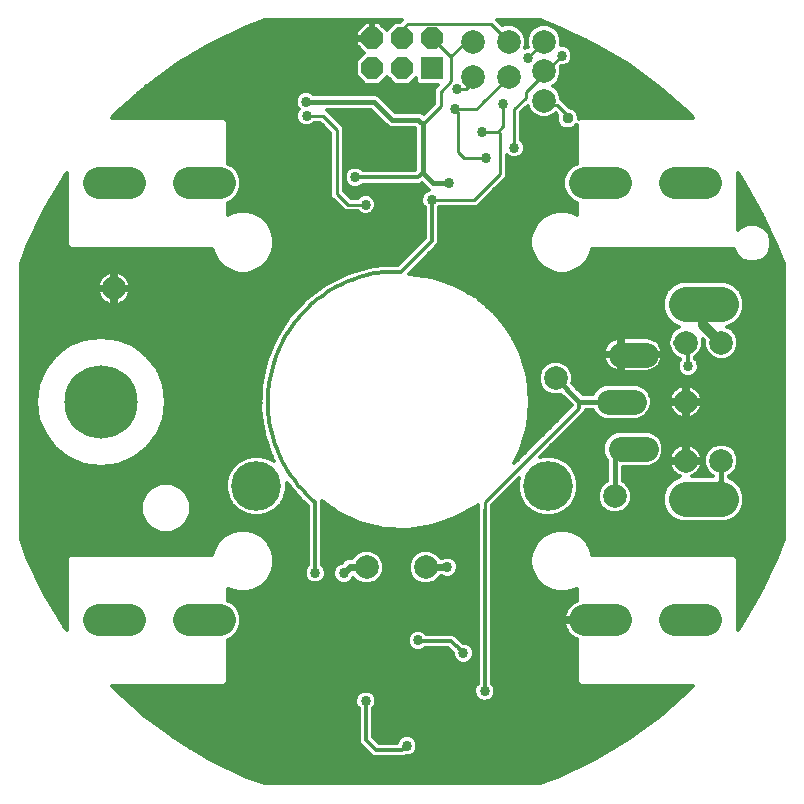
<source format=gbl>
G75*
%MOIN*%
%OFA0B0*%
%FSLAX24Y24*%
%IPPOS*%
%LPD*%
%AMOC8*
5,1,8,0,0,1.08239X$1,22.5*
%
%ADD10C,0.2441*%
%ADD11C,0.0827*%
%ADD12C,0.1181*%
%ADD13R,0.0740X0.0740*%
%ADD14OC8,0.0740*%
%ADD15C,0.1050*%
%ADD16C,0.0787*%
%ADD17C,0.1660*%
%ADD18C,0.0337*%
%ADD19C,0.0240*%
%ADD20C,0.0297*%
%ADD21C,0.0120*%
%ADD22C,0.0376*%
%ADD23C,0.0100*%
%ADD24C,0.0320*%
%ADD25C,0.0160*%
%ADD26C,0.0240*%
D10*
X003920Y013960D03*
D11*
X020849Y013960D02*
X021676Y013960D01*
X022070Y015534D02*
X021243Y015534D01*
X021243Y012385D02*
X022070Y012385D01*
D12*
X023408Y010711D02*
X024589Y010711D01*
X024589Y017208D02*
X023408Y017208D01*
D13*
X014960Y025074D03*
D14*
X013960Y025074D03*
X012960Y025074D03*
X012960Y026074D03*
X013960Y026074D03*
X014960Y026074D03*
D15*
X020035Y021243D02*
X021085Y021243D01*
X023035Y021243D02*
X024085Y021243D01*
X007885Y021243D02*
X006835Y021243D01*
X004885Y021243D02*
X003835Y021243D01*
X003835Y006676D02*
X004885Y006676D01*
X006835Y006676D02*
X007885Y006676D01*
X020035Y006676D02*
X021085Y006676D01*
X023035Y006676D02*
X024085Y006676D01*
D16*
X021046Y010810D03*
X023408Y011991D03*
X024589Y011991D03*
X023408Y013960D03*
X023408Y015928D03*
X024589Y015928D03*
X019078Y014747D03*
X014747Y008448D03*
X012778Y008448D03*
X004353Y017739D03*
X016322Y024786D03*
X017503Y024786D03*
X018684Y024983D03*
X018684Y023999D03*
X018684Y025967D03*
X017503Y025967D03*
X016322Y025967D03*
D17*
X018818Y011154D03*
X009101Y011154D03*
D18*
X009019Y012936D03*
X006430Y013192D03*
X005593Y011912D03*
X002293Y011556D03*
X002539Y009484D03*
X006578Y014816D03*
X007611Y015790D03*
X008822Y015889D03*
X009019Y015101D03*
X005042Y016774D03*
X005295Y018131D03*
X002365Y018226D03*
X002365Y016351D03*
X002490Y020351D03*
X005857Y024406D03*
X008088Y023717D03*
X008924Y023015D03*
X010771Y023487D03*
X010763Y023956D03*
X010723Y025113D03*
X010723Y026392D03*
X008194Y025780D03*
X012503Y023566D03*
X013787Y022916D03*
X013802Y022119D03*
X012532Y022119D03*
X012385Y021440D03*
X012739Y020534D03*
X011794Y020249D03*
X013428Y018950D03*
X014137Y019629D03*
X014944Y020692D03*
X015534Y021243D03*
X016765Y022080D03*
X017700Y022424D03*
X016617Y022965D03*
X015731Y023704D03*
X015780Y024393D03*
X017306Y023900D03*
X018143Y025426D03*
X019274Y025495D03*
X022380Y024028D03*
X019388Y022257D03*
X016322Y019334D03*
X015042Y018556D03*
X016952Y018290D03*
X019836Y016125D03*
X022208Y018113D03*
X023487Y015141D03*
X026398Y015528D03*
X026307Y017333D03*
X026398Y012329D03*
X026368Y010110D03*
X023546Y009393D03*
X021837Y009967D03*
X019748Y012492D03*
X018728Y013761D03*
X015711Y009589D03*
X015456Y008448D03*
X013782Y008920D03*
X012011Y008245D03*
X011056Y008251D03*
X011774Y009589D03*
X010111Y006897D03*
X010155Y004983D03*
X012747Y003983D03*
X014431Y004325D03*
X015574Y004397D03*
X016715Y004314D03*
X015999Y005582D03*
X014486Y006003D03*
X018034Y006906D03*
X022129Y003694D03*
X020639Y002746D03*
X017523Y001765D03*
X014107Y002493D03*
X012306Y001715D03*
X009402Y001814D03*
X007444Y003029D03*
X025436Y007424D03*
X012286Y018556D03*
D19*
X010913Y022444D03*
X010908Y022719D03*
X010633Y022719D03*
X010633Y022444D03*
D20*
X011105Y021479D03*
D21*
X012423Y003854D02*
X004969Y003854D01*
X004838Y003972D02*
X012399Y003972D01*
X012399Y003914D02*
X012452Y003786D01*
X012507Y003730D01*
X012507Y002624D01*
X012543Y002536D01*
X012870Y002209D01*
X012938Y002142D01*
X013026Y002105D01*
X014007Y002105D01*
X014095Y002142D01*
X014098Y002145D01*
X014176Y002145D01*
X014305Y002198D01*
X014403Y002296D01*
X014456Y002424D01*
X014456Y002562D01*
X014403Y002690D01*
X014305Y002788D01*
X014176Y002841D01*
X014038Y002841D01*
X013910Y002788D01*
X013812Y002690D01*
X013768Y002585D01*
X013173Y002585D01*
X012987Y002772D01*
X012987Y003730D01*
X013042Y003786D01*
X013095Y003914D01*
X013095Y004052D01*
X013042Y004181D01*
X012944Y004279D01*
X012816Y004332D01*
X012678Y004332D01*
X012550Y004279D01*
X012452Y004181D01*
X012399Y004052D01*
X012399Y003914D01*
X012414Y004091D02*
X004707Y004091D01*
X004576Y004209D02*
X012480Y004209D01*
X012668Y004328D02*
X004445Y004328D01*
X004383Y004383D02*
X004281Y004496D01*
X008034Y004496D01*
X008140Y004602D01*
X008140Y006019D01*
X008284Y006078D01*
X008482Y006277D01*
X008590Y006536D01*
X008590Y006816D01*
X016475Y006816D01*
X016475Y006698D02*
X008590Y006698D01*
X008590Y006816D02*
X008482Y007075D01*
X008284Y007274D01*
X008140Y007334D01*
X008140Y007734D01*
X008243Y007675D01*
X008508Y007604D01*
X008782Y007604D01*
X009046Y007675D01*
X009284Y007812D01*
X009477Y008006D01*
X009614Y008243D01*
X009685Y008508D01*
X009685Y008782D01*
X009614Y009046D01*
X009477Y009284D01*
X009284Y009477D01*
X009046Y009614D01*
X008782Y009685D01*
X008508Y009685D01*
X008243Y009614D01*
X008006Y009477D01*
X007812Y009284D01*
X007675Y009046D01*
X007624Y008856D01*
X002885Y008856D01*
X002780Y008751D01*
X002780Y006337D01*
X002702Y006443D01*
X002025Y007589D01*
X001467Y008798D01*
X001250Y009382D01*
X001250Y018537D01*
X001467Y019121D01*
X002025Y020330D01*
X002702Y021476D01*
X002780Y021582D01*
X002780Y019168D01*
X002885Y019063D01*
X007624Y019063D01*
X007675Y018873D01*
X007812Y018635D01*
X008006Y018442D01*
X008243Y018305D01*
X008508Y018234D01*
X008782Y018234D01*
X009046Y018305D01*
X009284Y018442D01*
X009477Y018635D01*
X009614Y018873D01*
X009685Y019137D01*
X009685Y019411D01*
X009614Y019676D01*
X009477Y019913D01*
X009284Y020107D01*
X009046Y020244D01*
X008782Y020315D01*
X008508Y020315D01*
X008243Y020244D01*
X008140Y020185D01*
X008140Y020586D01*
X008284Y020645D01*
X008482Y020844D01*
X008590Y021103D01*
X008590Y021383D01*
X008482Y021642D01*
X008284Y021841D01*
X008140Y021900D01*
X008140Y023318D01*
X008034Y023423D01*
X004281Y023423D01*
X004383Y023536D01*
X005371Y024428D01*
X006443Y025217D01*
X007589Y025894D01*
X008798Y026452D01*
X009382Y026669D01*
X013943Y026669D01*
X013926Y026653D01*
X013897Y026624D01*
X013732Y026624D01*
X013445Y026337D01*
X013179Y026604D01*
X013000Y026604D01*
X013000Y026114D01*
X012920Y026114D01*
X012920Y026604D01*
X012740Y026604D01*
X012430Y026293D01*
X012430Y026114D01*
X012920Y026114D01*
X012920Y026034D01*
X012430Y026034D01*
X012430Y025854D01*
X012696Y025588D01*
X012410Y025302D01*
X006587Y025302D01*
X006397Y025184D02*
X012410Y025184D01*
X012410Y025302D02*
X012410Y024846D01*
X012732Y024524D01*
X013187Y024524D01*
X013460Y024796D01*
X013732Y024524D01*
X014187Y024524D01*
X014410Y024746D01*
X014410Y024629D01*
X014515Y024524D01*
X015143Y024524D01*
X015081Y024462D01*
X015048Y024428D01*
X015016Y024397D01*
X015016Y024386D01*
X015009Y024379D01*
X015009Y024265D01*
X015009Y024189D01*
X015009Y023897D01*
X015002Y023890D01*
X014670Y023558D01*
X014648Y023580D01*
X014553Y023619D01*
X013723Y023619D01*
X013162Y024180D01*
X013066Y024220D01*
X013021Y024220D01*
X013015Y024222D01*
X012969Y024220D01*
X012924Y024220D01*
X012918Y024217D01*
X012886Y024216D01*
X010995Y024216D01*
X010960Y024251D01*
X010832Y024304D01*
X010693Y024304D01*
X010565Y024251D01*
X010467Y024153D01*
X010414Y024025D01*
X010414Y023886D01*
X010467Y023758D01*
X010508Y023717D01*
X010475Y023684D01*
X010422Y023556D01*
X010422Y023418D01*
X010475Y023290D01*
X010573Y023192D01*
X010701Y023139D01*
X010840Y023139D01*
X010968Y023192D01*
X011033Y023257D01*
X011226Y023257D01*
X011564Y022919D01*
X011564Y020793D01*
X012053Y020304D01*
X012476Y020304D01*
X012542Y020239D01*
X012670Y020186D01*
X012808Y020186D01*
X012936Y020239D01*
X013034Y020337D01*
X013087Y020465D01*
X013087Y020604D01*
X013034Y020732D01*
X012936Y020830D01*
X012808Y020883D01*
X012670Y020883D01*
X012542Y020830D01*
X012476Y020764D01*
X012244Y020764D01*
X012024Y020984D01*
X012024Y023110D01*
X011889Y023245D01*
X011438Y023696D01*
X012847Y023696D01*
X012853Y023693D01*
X012899Y023696D01*
X012911Y023696D01*
X013395Y023212D01*
X013468Y023139D01*
X013563Y023099D01*
X014389Y023099D01*
X014389Y021680D01*
X012637Y021680D01*
X012582Y021735D01*
X012454Y021788D01*
X012315Y021788D01*
X012187Y021735D01*
X012089Y021637D01*
X012036Y021509D01*
X012036Y021371D01*
X012089Y021242D01*
X012187Y021144D01*
X012315Y021091D01*
X012454Y021091D01*
X012582Y021144D01*
X012637Y021200D01*
X014549Y021200D01*
X014633Y021235D01*
X014765Y021103D01*
X014765Y021103D01*
X014805Y021064D01*
X014842Y021027D01*
X014746Y020987D01*
X014648Y020889D01*
X014595Y020761D01*
X014595Y020623D01*
X014648Y020494D01*
X014704Y020439D01*
X014704Y019423D01*
X013811Y018530D01*
X013454Y018530D01*
X013443Y018534D01*
X013407Y018530D01*
X013370Y018530D01*
X013360Y018526D01*
X012981Y018490D01*
X012981Y018490D01*
X012178Y018263D01*
X011430Y017896D01*
X010760Y017399D01*
X010191Y016790D01*
X009741Y016088D01*
X009425Y015317D01*
X009253Y014501D01*
X009231Y013668D01*
X009359Y012844D01*
X009634Y012057D01*
X009671Y011991D01*
X009491Y012096D01*
X009234Y012164D01*
X008968Y012164D01*
X008711Y012096D01*
X008481Y011963D01*
X008293Y011775D01*
X008160Y011544D01*
X008091Y011287D01*
X008091Y011021D01*
X008160Y010765D01*
X008293Y010534D01*
X008481Y010346D01*
X008711Y010213D01*
X008968Y010144D01*
X009234Y010144D01*
X009491Y010213D01*
X009721Y010346D01*
X009909Y010534D01*
X010042Y010765D01*
X010111Y011021D01*
X010111Y011255D01*
X010582Y010694D01*
X010582Y010694D01*
X010816Y010500D01*
X010816Y008504D01*
X010761Y008448D01*
X010708Y008320D01*
X010708Y008182D01*
X010761Y008053D01*
X010859Y007955D01*
X010987Y007902D01*
X011125Y007902D01*
X011253Y007955D01*
X011351Y008053D01*
X011404Y008182D01*
X011404Y008320D01*
X011351Y008448D01*
X011296Y008504D01*
X011296Y010577D01*
X011299Y010588D01*
X011296Y010624D01*
X011296Y010637D01*
X011824Y010261D01*
X011824Y010261D01*
X012563Y009924D01*
X013352Y009733D01*
X014163Y009694D01*
X014966Y009809D01*
X015734Y010075D01*
X016437Y010481D01*
X016485Y010523D01*
X016485Y010439D01*
X016475Y010415D01*
X016475Y004567D01*
X016420Y004511D01*
X016367Y004383D01*
X016367Y004245D01*
X016420Y004116D01*
X016518Y004018D01*
X016646Y003965D01*
X016785Y003965D01*
X016913Y004018D01*
X017011Y004116D01*
X017064Y004245D01*
X017064Y004383D01*
X017011Y004511D01*
X016955Y004567D01*
X016955Y010415D01*
X016945Y010439D01*
X016945Y010518D01*
X017842Y011415D01*
X017808Y011287D01*
X017808Y011021D01*
X017877Y010765D01*
X018010Y010534D01*
X018198Y010346D01*
X018428Y010213D01*
X018685Y010144D01*
X018951Y010144D01*
X019208Y010213D01*
X019438Y010346D01*
X019626Y010534D01*
X019759Y010765D01*
X019828Y011021D01*
X019828Y011287D01*
X019759Y011544D01*
X019626Y011775D01*
X019438Y011963D01*
X019208Y012096D01*
X018951Y012164D01*
X018685Y012164D01*
X018558Y012130D01*
X019977Y013549D01*
X020001Y013559D01*
X020069Y013627D01*
X020079Y013651D01*
X020095Y013667D01*
X020095Y013691D01*
X020099Y013700D01*
X020315Y013700D01*
X020346Y013623D01*
X020513Y013456D01*
X020731Y013366D01*
X021794Y013366D01*
X022012Y013456D01*
X022179Y013623D01*
X022269Y013841D01*
X022269Y014078D01*
X022179Y014296D01*
X022012Y014463D01*
X021794Y014553D01*
X020731Y014553D01*
X020513Y014463D01*
X020346Y014296D01*
X020315Y014220D01*
X019973Y014220D01*
X019624Y014568D01*
X019651Y014633D01*
X019651Y014861D01*
X019564Y015072D01*
X019403Y015233D01*
X019192Y015321D01*
X018964Y015321D01*
X018753Y015233D01*
X018591Y015072D01*
X018504Y014861D01*
X018504Y014633D01*
X018591Y014422D01*
X018753Y014261D01*
X018964Y014173D01*
X019192Y014173D01*
X019257Y014200D01*
X019617Y013840D01*
X017684Y011907D01*
X017924Y012372D01*
X017924Y012372D01*
X018153Y013151D01*
X018153Y013151D01*
X018230Y013960D01*
X018153Y014768D01*
X017924Y015547D01*
X017552Y016268D01*
X017552Y016268D01*
X017050Y016906D01*
X017050Y016906D01*
X016437Y017438D01*
X016437Y017438D01*
X015734Y017844D01*
X015734Y017844D01*
X014966Y018110D01*
X014182Y018222D01*
X015080Y019120D01*
X015147Y019188D01*
X015184Y019276D01*
X015184Y020439D01*
X015207Y020462D01*
X016456Y020462D01*
X017303Y021308D01*
X017438Y021443D01*
X017438Y022193D01*
X017502Y022129D01*
X017630Y022076D01*
X017769Y022076D01*
X017897Y022129D01*
X017995Y022227D01*
X018048Y022355D01*
X018048Y022493D01*
X017995Y022621D01*
X017930Y022687D01*
X017930Y023608D01*
X018138Y023817D01*
X018198Y023674D01*
X018359Y023513D01*
X018570Y023425D01*
X018798Y023425D01*
X019009Y023513D01*
X019075Y023578D01*
X019123Y023530D01*
X019103Y023482D01*
X019103Y023335D01*
X019159Y023200D01*
X019263Y023096D01*
X019398Y023040D01*
X019545Y023040D01*
X019680Y023096D01*
X019780Y023196D01*
X019780Y021900D01*
X019635Y021841D01*
X019437Y021642D01*
X019330Y021383D01*
X019330Y021103D01*
X019437Y020844D01*
X019635Y020645D01*
X019780Y020586D01*
X019780Y020185D01*
X019676Y020244D01*
X019411Y020315D01*
X019137Y020315D01*
X018873Y020244D01*
X018635Y020107D01*
X018442Y019913D01*
X018305Y019676D01*
X018234Y019411D01*
X018234Y019137D01*
X018305Y018873D01*
X018442Y018635D01*
X018635Y018442D01*
X018873Y018305D01*
X019137Y018234D01*
X019411Y018234D01*
X019676Y018305D01*
X019913Y018442D01*
X020107Y018635D01*
X020244Y018873D01*
X020295Y019063D01*
X025002Y019063D01*
X025078Y018881D01*
X025259Y018700D01*
X025495Y018602D01*
X025751Y018602D01*
X025987Y018700D01*
X026168Y018881D01*
X026266Y019117D01*
X026266Y019373D01*
X026168Y019609D01*
X025987Y019790D01*
X025751Y019888D01*
X025495Y019888D01*
X025259Y019790D01*
X025140Y019671D01*
X025140Y021582D01*
X025217Y021476D01*
X025894Y020330D01*
X026452Y019121D01*
X026669Y018537D01*
X026669Y009382D01*
X026452Y008798D01*
X025894Y007589D01*
X025217Y006443D01*
X025140Y006337D01*
X025140Y008751D01*
X025034Y008856D01*
X020295Y008856D01*
X020244Y009046D01*
X020107Y009284D01*
X019913Y009477D01*
X019676Y009614D01*
X019411Y009685D01*
X019137Y009685D01*
X018873Y009614D01*
X018635Y009477D01*
X018442Y009284D01*
X018305Y009046D01*
X018234Y008782D01*
X018234Y008508D01*
X018305Y008243D01*
X018442Y008006D01*
X018635Y007812D01*
X018873Y007675D01*
X019137Y007604D01*
X019411Y007604D01*
X019676Y007675D01*
X019780Y007734D01*
X019780Y007312D01*
X019731Y007292D01*
X019653Y007247D01*
X019582Y007192D01*
X019518Y007129D01*
X019464Y007057D01*
X019419Y006980D01*
X019384Y006897D01*
X019361Y006810D01*
X019352Y006736D01*
X019780Y006736D01*
X019780Y006616D01*
X019352Y006616D01*
X019361Y006542D01*
X019384Y006455D01*
X019419Y006372D01*
X019464Y006295D01*
X019518Y006223D01*
X019582Y006160D01*
X019653Y006105D01*
X019731Y006060D01*
X019780Y006040D01*
X019780Y004602D01*
X019885Y004496D01*
X023638Y004496D01*
X023536Y004383D01*
X022548Y003491D01*
X021476Y002702D01*
X020330Y002025D01*
X019121Y001467D01*
X018537Y001250D01*
X009382Y001250D01*
X008798Y001467D01*
X007589Y002025D01*
X006443Y002702D01*
X005371Y003491D01*
X004383Y004383D01*
X004326Y004446D02*
X016393Y004446D01*
X016367Y004328D02*
X012826Y004328D01*
X013014Y004209D02*
X016382Y004209D01*
X016446Y004091D02*
X013080Y004091D01*
X013095Y003972D02*
X016630Y003972D01*
X016801Y003972D02*
X023081Y003972D01*
X022950Y003854D02*
X013070Y003854D01*
X012992Y003735D02*
X022819Y003735D01*
X022688Y003617D02*
X012987Y003617D01*
X012987Y003498D02*
X022557Y003498D01*
X022397Y003380D02*
X012987Y003380D01*
X012987Y003261D02*
X022236Y003261D01*
X022075Y003143D02*
X012987Y003143D01*
X012987Y003024D02*
X021914Y003024D01*
X021753Y002906D02*
X012987Y002906D01*
X012987Y002787D02*
X013908Y002787D01*
X013803Y002669D02*
X013090Y002669D01*
X013074Y002345D02*
X013960Y002345D01*
X014107Y002493D01*
X014412Y002669D02*
X021419Y002669D01*
X021592Y002787D02*
X014306Y002787D01*
X014456Y002550D02*
X021219Y002550D01*
X021018Y002432D02*
X014456Y002432D01*
X014410Y002313D02*
X020817Y002313D01*
X020617Y002195D02*
X014297Y002195D01*
X013074Y002345D02*
X012747Y002672D01*
X012747Y003983D01*
X012502Y003735D02*
X005100Y003735D01*
X005231Y003617D02*
X012507Y003617D01*
X012507Y003498D02*
X005362Y003498D01*
X005522Y003380D02*
X012507Y003380D01*
X012507Y003261D02*
X005683Y003261D01*
X005844Y003143D02*
X012507Y003143D01*
X012507Y003024D02*
X006005Y003024D01*
X006166Y002906D02*
X012507Y002906D01*
X012507Y002787D02*
X006327Y002787D01*
X006500Y002669D02*
X012507Y002669D01*
X012538Y002550D02*
X006700Y002550D01*
X006901Y002432D02*
X012648Y002432D01*
X012767Y002313D02*
X007102Y002313D01*
X007302Y002195D02*
X012885Y002195D01*
X009072Y001365D02*
X018847Y001365D01*
X019156Y001484D02*
X008763Y001484D01*
X008506Y001602D02*
X019413Y001602D01*
X019670Y001721D02*
X008249Y001721D01*
X007993Y001839D02*
X019926Y001839D01*
X020183Y001958D02*
X007736Y001958D01*
X007503Y002076D02*
X020416Y002076D01*
X023212Y004091D02*
X016985Y004091D01*
X017049Y004209D02*
X023343Y004209D01*
X023474Y004328D02*
X017064Y004328D01*
X017038Y004446D02*
X023593Y004446D01*
X025140Y006342D02*
X025143Y006342D01*
X025140Y006461D02*
X025227Y006461D01*
X025297Y006579D02*
X025140Y006579D01*
X025140Y006698D02*
X025367Y006698D01*
X025437Y006816D02*
X025140Y006816D01*
X025140Y006935D02*
X025507Y006935D01*
X025577Y007053D02*
X025140Y007053D01*
X025140Y007172D02*
X025647Y007172D01*
X025717Y007290D02*
X025140Y007290D01*
X025140Y007409D02*
X025787Y007409D01*
X025857Y007527D02*
X025140Y007527D01*
X025140Y007646D02*
X025920Y007646D01*
X025975Y007764D02*
X025140Y007764D01*
X025140Y007883D02*
X026029Y007883D01*
X026084Y008001D02*
X025140Y008001D01*
X025140Y008120D02*
X026139Y008120D01*
X026193Y008238D02*
X025140Y008238D01*
X025140Y008357D02*
X026248Y008357D01*
X026303Y008475D02*
X025140Y008475D01*
X025140Y008594D02*
X026357Y008594D01*
X026412Y008712D02*
X025140Y008712D01*
X025060Y008831D02*
X026464Y008831D01*
X026508Y008949D02*
X020270Y008949D01*
X020232Y009068D02*
X026552Y009068D01*
X026596Y009186D02*
X020164Y009186D01*
X020086Y009305D02*
X026641Y009305D01*
X026669Y009423D02*
X019968Y009423D01*
X019802Y009542D02*
X026669Y009542D01*
X026669Y009660D02*
X019506Y009660D01*
X019043Y009660D02*
X016955Y009660D01*
X016955Y009542D02*
X018747Y009542D01*
X018581Y009423D02*
X016955Y009423D01*
X016955Y009305D02*
X018463Y009305D01*
X018385Y009186D02*
X016955Y009186D01*
X016955Y009068D02*
X018317Y009068D01*
X018279Y008949D02*
X016955Y008949D01*
X016955Y008831D02*
X018247Y008831D01*
X018234Y008712D02*
X016955Y008712D01*
X016955Y008594D02*
X018234Y008594D01*
X018242Y008475D02*
X016955Y008475D01*
X016955Y008357D02*
X018274Y008357D01*
X018308Y008238D02*
X016955Y008238D01*
X016955Y008120D02*
X018376Y008120D01*
X018446Y008001D02*
X016955Y008001D01*
X016955Y007883D02*
X018565Y007883D01*
X018718Y007764D02*
X016955Y007764D01*
X016955Y007646D02*
X018982Y007646D01*
X019567Y007646D02*
X019780Y007646D01*
X019780Y007527D02*
X016955Y007527D01*
X016955Y007409D02*
X019780Y007409D01*
X019728Y007290D02*
X016955Y007290D01*
X016955Y007172D02*
X019561Y007172D01*
X019461Y007053D02*
X016955Y007053D01*
X016955Y006935D02*
X019400Y006935D01*
X019363Y006816D02*
X016955Y006816D01*
X016955Y006698D02*
X019780Y006698D01*
X019356Y006579D02*
X016955Y006579D01*
X016955Y006461D02*
X019383Y006461D01*
X019436Y006342D02*
X016955Y006342D01*
X016955Y006224D02*
X019518Y006224D01*
X019654Y006105D02*
X016955Y006105D01*
X016955Y005987D02*
X019780Y005987D01*
X019780Y005868D02*
X016955Y005868D01*
X016955Y005750D02*
X019780Y005750D01*
X019780Y005631D02*
X016955Y005631D01*
X016955Y005513D02*
X019780Y005513D01*
X019780Y005394D02*
X016955Y005394D01*
X016955Y005276D02*
X019780Y005276D01*
X019780Y005157D02*
X016955Y005157D01*
X016955Y005039D02*
X019780Y005039D01*
X019780Y004920D02*
X016955Y004920D01*
X016955Y004802D02*
X019780Y004802D01*
X019780Y004683D02*
X016955Y004683D01*
X016958Y004565D02*
X019817Y004565D01*
X016715Y004314D02*
X016715Y010367D01*
X016475Y010371D02*
X016246Y010371D01*
X016437Y010481D02*
X016437Y010481D01*
X016447Y010490D02*
X016485Y010490D01*
X016475Y010253D02*
X016041Y010253D01*
X015836Y010134D02*
X016475Y010134D01*
X016475Y010016D02*
X015562Y010016D01*
X015219Y009897D02*
X016475Y009897D01*
X016475Y009779D02*
X014751Y009779D01*
X014163Y009694D02*
X014163Y009694D01*
X014458Y008949D02*
X013067Y008949D01*
X013103Y008934D02*
X012893Y009021D01*
X012664Y009021D01*
X012453Y008934D01*
X012292Y008773D01*
X012282Y008748D01*
X012154Y008748D01*
X012044Y008702D01*
X011930Y008588D01*
X011813Y008540D01*
X011715Y008442D01*
X011662Y008314D01*
X011662Y008175D01*
X011715Y008047D01*
X011813Y007949D01*
X011941Y007896D01*
X012080Y007896D01*
X012208Y007949D01*
X012306Y008047D01*
X012324Y008091D01*
X012453Y007961D01*
X012664Y007874D01*
X012893Y007874D01*
X013103Y007961D01*
X013265Y008123D01*
X013352Y008334D01*
X013352Y008562D01*
X013265Y008773D01*
X013103Y008934D01*
X013207Y008831D02*
X014318Y008831D01*
X014261Y008773D02*
X014173Y008562D01*
X014173Y008334D01*
X014261Y008123D01*
X014422Y007961D01*
X014633Y007874D01*
X014861Y007874D01*
X015072Y007961D01*
X015233Y008123D01*
X015244Y008148D01*
X015269Y008148D01*
X015386Y008099D01*
X015525Y008099D01*
X015653Y008152D01*
X015751Y008250D01*
X015804Y008378D01*
X015804Y008517D01*
X015751Y008645D01*
X015653Y008743D01*
X015525Y008796D01*
X015386Y008796D01*
X015269Y008748D01*
X015244Y008748D01*
X015233Y008773D01*
X015072Y008934D01*
X014861Y009021D01*
X014633Y009021D01*
X014422Y008934D01*
X014261Y008773D01*
X014235Y008712D02*
X013290Y008712D01*
X013339Y008594D02*
X014186Y008594D01*
X014173Y008475D02*
X013352Y008475D01*
X013352Y008357D02*
X014173Y008357D01*
X014213Y008238D02*
X013313Y008238D01*
X013262Y008120D02*
X014264Y008120D01*
X014382Y008001D02*
X013143Y008001D01*
X012913Y007883D02*
X014612Y007883D01*
X014882Y007883D02*
X016475Y007883D01*
X016475Y008001D02*
X015112Y008001D01*
X015230Y008120D02*
X015337Y008120D01*
X015574Y008120D02*
X016475Y008120D01*
X016475Y008238D02*
X015739Y008238D01*
X015795Y008357D02*
X016475Y008357D01*
X016475Y008475D02*
X015804Y008475D01*
X015772Y008594D02*
X016475Y008594D01*
X016475Y008712D02*
X015684Y008712D01*
X015175Y008831D02*
X016475Y008831D01*
X016475Y008949D02*
X015036Y008949D01*
X016475Y009068D02*
X011296Y009068D01*
X011296Y009186D02*
X016475Y009186D01*
X016475Y009305D02*
X011296Y009305D01*
X011296Y009423D02*
X016475Y009423D01*
X016475Y009542D02*
X011296Y009542D01*
X011296Y009660D02*
X016475Y009660D01*
X016955Y009779D02*
X026669Y009779D01*
X026669Y009897D02*
X016955Y009897D01*
X016955Y010016D02*
X023075Y010016D01*
X022972Y010058D02*
X022755Y010275D01*
X022638Y010558D01*
X022638Y010865D01*
X022755Y011148D01*
X022972Y011365D01*
X023223Y011469D01*
X023196Y011478D01*
X023118Y011517D01*
X023048Y011569D01*
X022986Y011630D01*
X022935Y011701D01*
X022895Y011778D01*
X022868Y011861D01*
X022857Y011931D01*
X023348Y011931D01*
X023348Y012051D01*
X022857Y012051D01*
X022868Y012121D01*
X022895Y012204D01*
X022935Y012281D01*
X022986Y012352D01*
X023048Y012413D01*
X023118Y012465D01*
X023196Y012504D01*
X023279Y012531D01*
X023348Y012542D01*
X023348Y012051D01*
X023468Y012051D01*
X023468Y012542D01*
X023538Y012531D01*
X023621Y012504D01*
X024329Y012504D01*
X024264Y012477D02*
X024103Y012316D01*
X024016Y012105D01*
X024016Y011877D01*
X024103Y011666D01*
X024264Y011505D01*
X024319Y011482D01*
X023629Y011482D01*
X023699Y011517D01*
X023769Y011569D01*
X023831Y011630D01*
X023882Y011701D01*
X023921Y011778D01*
X023948Y011861D01*
X023959Y011931D01*
X023468Y011931D01*
X023468Y012051D01*
X023959Y012051D01*
X023948Y012121D01*
X023921Y012204D01*
X023882Y012281D01*
X023831Y012352D01*
X023769Y012413D01*
X023699Y012465D01*
X023621Y012504D01*
X023468Y012504D02*
X023348Y012504D01*
X023348Y012386D02*
X023468Y012386D01*
X023468Y012267D02*
X023348Y012267D01*
X023348Y012149D02*
X023468Y012149D01*
X023468Y012030D02*
X024016Y012030D01*
X024016Y011912D02*
X023956Y011912D01*
X023926Y011793D02*
X024050Y011793D01*
X024100Y011675D02*
X023863Y011675D01*
X023752Y011556D02*
X024213Y011556D01*
X024034Y012149D02*
X023939Y012149D01*
X023889Y012267D02*
X024083Y012267D01*
X024173Y012386D02*
X023797Y012386D01*
X024264Y012477D02*
X024475Y012565D01*
X024704Y012565D01*
X024914Y012477D01*
X025076Y012316D01*
X025163Y012105D01*
X025163Y011877D01*
X025076Y011666D01*
X024914Y011505D01*
X024849Y011478D01*
X024849Y011438D01*
X025026Y011365D01*
X025243Y011148D01*
X025360Y010865D01*
X025360Y010558D01*
X025243Y010275D01*
X025026Y010058D01*
X024743Y009941D01*
X023255Y009941D01*
X022972Y010058D01*
X022896Y010134D02*
X016955Y010134D01*
X016955Y010253D02*
X018360Y010253D01*
X018173Y010371D02*
X016955Y010371D01*
X016945Y010490D02*
X018055Y010490D01*
X017967Y010608D02*
X017036Y010608D01*
X017154Y010727D02*
X017899Y010727D01*
X017856Y010845D02*
X017273Y010845D01*
X017391Y010964D02*
X017824Y010964D01*
X017808Y011082D02*
X017510Y011082D01*
X017628Y011201D02*
X017808Y011201D01*
X017817Y011319D02*
X017747Y011319D01*
X017689Y011912D02*
X017686Y011912D01*
X017748Y012030D02*
X017807Y012030D01*
X017809Y012149D02*
X017926Y012149D01*
X017870Y012267D02*
X018044Y012267D01*
X017928Y012386D02*
X018163Y012386D01*
X018281Y012504D02*
X017963Y012504D01*
X017998Y012623D02*
X018400Y012623D01*
X018518Y012741D02*
X018032Y012741D01*
X018067Y012860D02*
X018637Y012860D01*
X018755Y012978D02*
X018102Y012978D01*
X018137Y013097D02*
X018874Y013097D01*
X018992Y013215D02*
X018159Y013215D01*
X018170Y013334D02*
X019111Y013334D01*
X019229Y013452D02*
X018181Y013452D01*
X018193Y013571D02*
X019348Y013571D01*
X019466Y013689D02*
X018204Y013689D01*
X018215Y013808D02*
X019585Y013808D01*
X019531Y013926D02*
X018227Y013926D01*
X018230Y013960D02*
X018230Y013960D01*
X018222Y014045D02*
X019412Y014045D01*
X019294Y014163D02*
X018211Y014163D01*
X018199Y014282D02*
X018732Y014282D01*
X018613Y014400D02*
X018188Y014400D01*
X018177Y014519D02*
X018551Y014519D01*
X018504Y014637D02*
X018165Y014637D01*
X018154Y014756D02*
X018504Y014756D01*
X018509Y014874D02*
X018122Y014874D01*
X018153Y014768D02*
X018153Y014768D01*
X018087Y014993D02*
X018558Y014993D01*
X018630Y015111D02*
X018052Y015111D01*
X018017Y015230D02*
X018749Y015230D01*
X019406Y015230D02*
X020756Y015230D01*
X020753Y015234D02*
X020806Y015161D01*
X020869Y015097D01*
X020942Y015044D01*
X021023Y015003D01*
X021109Y014975D01*
X021183Y014963D01*
X021183Y015474D01*
X021303Y015474D01*
X021303Y014961D01*
X022115Y014961D01*
X022204Y014975D01*
X022290Y015003D01*
X022370Y015044D01*
X022443Y015097D01*
X022507Y015161D01*
X022560Y015234D01*
X022601Y015314D01*
X022629Y015400D01*
X022641Y015474D01*
X021303Y015474D01*
X021303Y015594D01*
X022641Y015594D01*
X022629Y015669D01*
X022601Y015754D01*
X022560Y015835D01*
X022507Y015908D01*
X022443Y015972D01*
X022370Y016025D01*
X022290Y016066D01*
X022204Y016094D01*
X022115Y016108D01*
X021303Y016108D01*
X021303Y015594D01*
X021183Y015594D01*
X021183Y015474D01*
X020672Y015474D01*
X020684Y015400D01*
X020712Y015314D01*
X020753Y015234D01*
X020701Y015348D02*
X017982Y015348D01*
X017948Y015467D02*
X020673Y015467D01*
X020672Y015594D02*
X021183Y015594D01*
X021183Y016105D01*
X021109Y016094D01*
X021023Y016066D01*
X020942Y016025D01*
X020869Y015972D01*
X020806Y015908D01*
X020753Y015835D01*
X020712Y015754D01*
X020684Y015669D01*
X020672Y015594D01*
X020695Y015704D02*
X017843Y015704D01*
X017782Y015822D02*
X020746Y015822D01*
X020838Y015941D02*
X017721Y015941D01*
X017660Y016059D02*
X021010Y016059D01*
X021183Y016059D02*
X021303Y016059D01*
X021303Y015941D02*
X021183Y015941D01*
X021183Y015822D02*
X021303Y015822D01*
X021303Y015704D02*
X021183Y015704D01*
X021183Y015585D02*
X017904Y015585D01*
X017924Y015547D02*
X017924Y015547D01*
X017599Y016178D02*
X022891Y016178D01*
X022922Y016253D02*
X022835Y016042D01*
X022835Y016026D01*
X022822Y015996D01*
X022822Y015860D01*
X022835Y015831D01*
X022835Y015814D01*
X022922Y015603D01*
X023083Y015442D01*
X023233Y015380D01*
X023192Y015338D01*
X023139Y015210D01*
X023139Y015071D01*
X023192Y014943D01*
X023290Y014845D01*
X023418Y014792D01*
X023556Y014792D01*
X023684Y014845D01*
X023782Y014943D01*
X023836Y015071D01*
X023836Y015210D01*
X023782Y015338D01*
X023727Y015393D01*
X023727Y015439D01*
X023733Y015442D01*
X023895Y015603D01*
X023982Y015814D01*
X023982Y016042D01*
X023973Y016063D01*
X024016Y016021D01*
X024016Y015814D01*
X024103Y015603D01*
X024264Y015442D01*
X024475Y015354D01*
X024704Y015354D01*
X024914Y015442D01*
X025076Y015603D01*
X025163Y015814D01*
X025163Y016042D01*
X025076Y016253D01*
X024914Y016414D01*
X024914Y016415D02*
X026669Y016415D01*
X026669Y016533D02*
X024975Y016533D01*
X025026Y016554D02*
X025243Y016771D01*
X025360Y017054D01*
X025360Y017361D01*
X025243Y017644D01*
X025026Y017861D01*
X024743Y017978D01*
X023255Y017978D01*
X022972Y017861D01*
X022755Y017644D01*
X022638Y017361D01*
X022638Y017054D01*
X022755Y016771D01*
X022972Y016554D01*
X023197Y016461D01*
X023083Y016414D01*
X022922Y016253D01*
X022965Y016296D02*
X017530Y016296D01*
X017437Y016415D02*
X023084Y016415D01*
X023023Y016533D02*
X017344Y016533D01*
X017251Y016652D02*
X022875Y016652D01*
X022756Y016770D02*
X017157Y016770D01*
X017064Y016889D02*
X022706Y016889D01*
X022657Y017007D02*
X016934Y017007D01*
X017050Y016906D02*
X017050Y016906D01*
X016797Y017126D02*
X022638Y017126D01*
X022638Y017244D02*
X016661Y017244D01*
X016524Y017363D02*
X022639Y017363D01*
X022688Y017481D02*
X016362Y017481D01*
X016157Y017600D02*
X022737Y017600D01*
X022829Y017718D02*
X015952Y017718D01*
X015747Y017837D02*
X022948Y017837D01*
X023199Y017955D02*
X015413Y017955D01*
X015070Y018074D02*
X026669Y018074D01*
X026669Y018192D02*
X014393Y018192D01*
X014270Y018311D02*
X018863Y018311D01*
X018657Y018429D02*
X014389Y018429D01*
X014507Y018548D02*
X018530Y018548D01*
X018424Y018666D02*
X014626Y018666D01*
X014744Y018785D02*
X018356Y018785D01*
X018297Y018903D02*
X014863Y018903D01*
X014981Y019022D02*
X018265Y019022D01*
X018234Y019140D02*
X015100Y019140D01*
X015177Y019259D02*
X018234Y019259D01*
X018234Y019377D02*
X015184Y019377D01*
X015184Y019496D02*
X018256Y019496D01*
X018288Y019614D02*
X015184Y019614D01*
X015184Y019733D02*
X018337Y019733D01*
X018406Y019851D02*
X015184Y019851D01*
X015184Y019970D02*
X018498Y019970D01*
X018616Y020088D02*
X015184Y020088D01*
X015184Y020207D02*
X018807Y020207D01*
X019481Y020799D02*
X016794Y020799D01*
X016912Y020918D02*
X019406Y020918D01*
X019357Y021036D02*
X017031Y021036D01*
X017149Y021155D02*
X019330Y021155D01*
X019330Y021273D02*
X017268Y021273D01*
X017386Y021392D02*
X019333Y021392D01*
X019382Y021510D02*
X017438Y021510D01*
X017438Y021629D02*
X019431Y021629D01*
X019542Y021747D02*
X017438Y021747D01*
X017438Y021866D02*
X019695Y021866D01*
X019780Y021984D02*
X017438Y021984D01*
X017438Y022103D02*
X017565Y022103D01*
X017834Y022103D02*
X019780Y022103D01*
X019780Y022221D02*
X017989Y022221D01*
X018042Y022340D02*
X019780Y022340D01*
X019780Y022458D02*
X018048Y022458D01*
X018014Y022577D02*
X019780Y022577D01*
X019780Y022695D02*
X017930Y022695D01*
X017930Y022814D02*
X019780Y022814D01*
X019780Y022932D02*
X017930Y022932D01*
X017930Y023051D02*
X019373Y023051D01*
X019569Y023051D02*
X019780Y023051D01*
X019780Y023169D02*
X019753Y023169D01*
X019839Y023377D02*
X019839Y023482D01*
X019783Y023617D01*
X019680Y023720D01*
X019545Y023776D01*
X019527Y023776D01*
X019357Y023947D01*
X019258Y024046D01*
X019258Y024113D01*
X019170Y024324D01*
X019009Y024485D01*
X018995Y024491D01*
X019009Y024497D01*
X019170Y024658D01*
X019258Y024869D01*
X019258Y025097D01*
X019241Y025137D01*
X019251Y025147D01*
X019344Y025147D01*
X019472Y025200D01*
X019570Y025298D01*
X019623Y025426D01*
X019623Y025564D01*
X019570Y025692D01*
X019472Y025790D01*
X019344Y025843D01*
X019254Y025843D01*
X019258Y025853D01*
X019258Y026082D01*
X019170Y026292D01*
X019009Y026454D01*
X018798Y026541D01*
X018570Y026541D01*
X018359Y026454D01*
X018198Y026292D01*
X018110Y026082D01*
X018110Y025853D01*
X018143Y025774D01*
X018073Y025774D01*
X018038Y025760D01*
X018077Y025853D01*
X018077Y026082D01*
X017989Y026292D01*
X017828Y026454D01*
X017617Y026541D01*
X017389Y026541D01*
X017294Y026502D01*
X017142Y026653D01*
X017126Y026669D01*
X018537Y026669D01*
X019121Y026452D01*
X020330Y025894D01*
X021476Y025217D01*
X022548Y024428D01*
X023536Y023536D01*
X023638Y023423D01*
X019885Y023423D01*
X019839Y023377D01*
X019839Y023406D02*
X019868Y023406D01*
X019822Y023525D02*
X023546Y023525D01*
X023417Y023643D02*
X019757Y023643D01*
X019581Y023762D02*
X023286Y023762D01*
X023155Y023880D02*
X019423Y023880D01*
X019305Y023999D02*
X023024Y023999D01*
X022893Y024117D02*
X019256Y024117D01*
X019207Y024236D02*
X022762Y024236D01*
X022631Y024354D02*
X019140Y024354D01*
X019022Y024473D02*
X022488Y024473D01*
X022327Y024591D02*
X019103Y024591D01*
X019192Y024710D02*
X022166Y024710D01*
X022005Y024828D02*
X019241Y024828D01*
X019258Y024947D02*
X021844Y024947D01*
X021683Y025065D02*
X019258Y025065D01*
X019433Y025184D02*
X021522Y025184D01*
X021332Y025302D02*
X019572Y025302D01*
X019621Y025421D02*
X021132Y025421D01*
X020931Y025539D02*
X019623Y025539D01*
X019584Y025658D02*
X020730Y025658D01*
X020529Y025776D02*
X019486Y025776D01*
X019258Y025895D02*
X020328Y025895D01*
X020072Y026013D02*
X019258Y026013D01*
X019237Y026132D02*
X019815Y026132D01*
X019558Y026250D02*
X019188Y026250D01*
X019094Y026369D02*
X019301Y026369D01*
X019026Y026487D02*
X018929Y026487D01*
X018708Y026606D02*
X017190Y026606D01*
X017747Y026487D02*
X018439Y026487D01*
X018274Y026369D02*
X017913Y026369D01*
X018007Y026250D02*
X018180Y026250D01*
X018131Y026132D02*
X018056Y026132D01*
X018077Y026013D02*
X018110Y026013D01*
X018110Y025895D02*
X018077Y025895D01*
X018045Y025776D02*
X018142Y025776D01*
X018083Y023762D02*
X018161Y023762D01*
X018228Y023643D02*
X017964Y023643D01*
X017930Y023525D02*
X018347Y023525D01*
X017930Y023406D02*
X019103Y023406D01*
X019121Y023525D02*
X019021Y023525D01*
X019123Y023288D02*
X017930Y023288D01*
X017930Y023169D02*
X019190Y023169D01*
X019600Y020681D02*
X016675Y020681D01*
X016557Y020562D02*
X019780Y020562D01*
X019780Y020444D02*
X015188Y020444D01*
X015184Y020325D02*
X019780Y020325D01*
X019780Y020207D02*
X019742Y020207D01*
X020284Y019022D02*
X025019Y019022D01*
X025068Y018903D02*
X020252Y018903D01*
X020193Y018785D02*
X025174Y018785D01*
X025340Y018666D02*
X020125Y018666D01*
X020019Y018548D02*
X026666Y018548D01*
X026669Y018429D02*
X019892Y018429D01*
X019686Y018311D02*
X026669Y018311D01*
X026669Y017955D02*
X024798Y017955D01*
X025050Y017837D02*
X026669Y017837D01*
X026669Y017718D02*
X025169Y017718D01*
X025261Y017600D02*
X026669Y017600D01*
X026669Y017481D02*
X025310Y017481D01*
X025359Y017363D02*
X026669Y017363D01*
X026669Y017244D02*
X025360Y017244D01*
X025360Y017126D02*
X026669Y017126D01*
X026669Y017007D02*
X025340Y017007D01*
X025291Y016889D02*
X026669Y016889D01*
X026669Y016770D02*
X025242Y016770D01*
X025123Y016652D02*
X026669Y016652D01*
X026669Y016296D02*
X025033Y016296D01*
X025107Y016178D02*
X026669Y016178D01*
X026669Y016059D02*
X025156Y016059D01*
X025163Y015941D02*
X026669Y015941D01*
X026669Y015822D02*
X025163Y015822D01*
X025117Y015704D02*
X026669Y015704D01*
X026669Y015585D02*
X025058Y015585D01*
X024939Y015467D02*
X026669Y015467D01*
X026669Y015348D02*
X023772Y015348D01*
X023758Y015467D02*
X024240Y015467D01*
X024121Y015585D02*
X023877Y015585D01*
X023936Y015704D02*
X024061Y015704D01*
X024016Y015822D02*
X023982Y015822D01*
X023982Y015941D02*
X024016Y015941D01*
X023978Y016059D02*
X023975Y016059D01*
X023487Y015603D02*
X023487Y015141D01*
X023171Y014993D02*
X022258Y014993D01*
X022457Y015111D02*
X023139Y015111D01*
X023147Y015230D02*
X022557Y015230D01*
X022612Y015348D02*
X023202Y015348D01*
X023059Y015467D02*
X022640Y015467D01*
X022618Y015704D02*
X022880Y015704D01*
X022835Y015822D02*
X022567Y015822D01*
X022474Y015941D02*
X022822Y015941D01*
X022842Y016059D02*
X022303Y016059D01*
X022940Y015585D02*
X021303Y015585D01*
X021303Y015467D02*
X021183Y015467D01*
X021183Y015348D02*
X021303Y015348D01*
X021303Y015230D02*
X021183Y015230D01*
X021183Y015111D02*
X021303Y015111D01*
X021303Y014993D02*
X021183Y014993D01*
X021055Y014993D02*
X019597Y014993D01*
X019646Y014874D02*
X023261Y014874D01*
X023713Y014874D02*
X026669Y014874D01*
X026669Y014756D02*
X019651Y014756D01*
X019651Y014637D02*
X026669Y014637D01*
X026669Y014519D02*
X021877Y014519D01*
X022075Y014400D02*
X023073Y014400D01*
X023048Y014382D02*
X022986Y014320D01*
X022935Y014250D01*
X022895Y014172D01*
X022868Y014089D01*
X022857Y014020D01*
X023348Y014020D01*
X023348Y014511D01*
X023279Y014500D01*
X023196Y014473D01*
X023118Y014433D01*
X023048Y014382D01*
X022958Y014282D02*
X022185Y014282D01*
X022234Y014163D02*
X022892Y014163D01*
X022861Y014045D02*
X022269Y014045D01*
X022269Y013926D02*
X023348Y013926D01*
X023348Y013900D02*
X022857Y013900D01*
X022868Y013830D01*
X022895Y013747D01*
X022935Y013669D01*
X022986Y013599D01*
X023048Y013537D01*
X023118Y013486D01*
X023196Y013446D01*
X023279Y013419D01*
X023348Y013408D01*
X023348Y013900D01*
X023348Y014020D01*
X023468Y014020D01*
X023468Y014511D01*
X023538Y014500D01*
X023621Y014473D01*
X023699Y014433D01*
X023769Y014382D01*
X023831Y014320D01*
X023882Y014250D01*
X023921Y014172D01*
X023948Y014089D01*
X023959Y014020D01*
X023468Y014020D01*
X023468Y013900D01*
X023959Y013900D01*
X023948Y013830D01*
X023921Y013747D01*
X023882Y013669D01*
X023831Y013599D01*
X023769Y013537D01*
X023699Y013486D01*
X023621Y013446D01*
X023538Y013419D01*
X023468Y013408D01*
X023468Y013900D01*
X023348Y013900D01*
X023348Y013808D02*
X023468Y013808D01*
X023468Y013926D02*
X026669Y013926D01*
X026669Y013808D02*
X023941Y013808D01*
X023892Y013689D02*
X026669Y013689D01*
X026669Y013571D02*
X023802Y013571D01*
X023632Y013452D02*
X026669Y013452D01*
X026669Y013334D02*
X019761Y013334D01*
X019880Y013452D02*
X020524Y013452D01*
X020399Y013571D02*
X020012Y013571D01*
X020095Y013689D02*
X020319Y013689D01*
X019865Y013763D02*
X019865Y013960D01*
X019911Y014282D02*
X020340Y014282D01*
X020451Y014400D02*
X019792Y014400D01*
X019674Y014519D02*
X020648Y014519D01*
X020855Y015111D02*
X019525Y015111D01*
X022001Y013452D02*
X023185Y013452D01*
X023348Y013452D02*
X023468Y013452D01*
X023468Y013571D02*
X023348Y013571D01*
X023348Y013689D02*
X023468Y013689D01*
X023468Y014045D02*
X023348Y014045D01*
X023348Y014163D02*
X023468Y014163D01*
X023468Y014282D02*
X023348Y014282D01*
X023348Y014400D02*
X023468Y014400D01*
X023744Y014400D02*
X026669Y014400D01*
X026669Y014282D02*
X023859Y014282D01*
X023924Y014163D02*
X026669Y014163D01*
X026669Y014045D02*
X023955Y014045D01*
X023014Y013571D02*
X022126Y013571D01*
X022206Y013689D02*
X022925Y013689D01*
X022876Y013808D02*
X022255Y013808D01*
X022188Y012978D02*
X021125Y012978D01*
X020907Y012888D01*
X020740Y012721D01*
X020650Y012503D01*
X020650Y012267D01*
X018695Y012267D01*
X018626Y012149D02*
X018576Y012149D01*
X018813Y012386D02*
X020650Y012386D01*
X020650Y012504D02*
X018932Y012504D01*
X019050Y012623D02*
X020699Y012623D01*
X020760Y012741D02*
X019169Y012741D01*
X019287Y012860D02*
X020879Y012860D01*
X021125Y012978D02*
X019406Y012978D01*
X019524Y013097D02*
X026669Y013097D01*
X026669Y013215D02*
X019643Y013215D01*
X019321Y012030D02*
X020759Y012030D01*
X020740Y012049D02*
X020786Y012002D01*
X020786Y011323D01*
X020721Y011296D01*
X020560Y011135D01*
X020472Y010924D01*
X020472Y010696D01*
X020560Y010485D01*
X020721Y010324D01*
X020932Y010236D01*
X021160Y010236D01*
X021371Y010324D01*
X021533Y010485D01*
X021620Y010696D01*
X021620Y010924D01*
X021533Y011135D01*
X021371Y011296D01*
X021306Y011323D01*
X021306Y011791D01*
X022188Y011791D01*
X022406Y011882D01*
X022573Y012049D01*
X022663Y012267D01*
X022928Y012267D01*
X022877Y012149D02*
X022614Y012149D01*
X022663Y012267D02*
X022663Y012503D01*
X022573Y012721D01*
X022406Y012888D01*
X022188Y012978D01*
X026669Y012978D01*
X026669Y012860D02*
X022434Y012860D01*
X022553Y012741D02*
X026669Y012741D01*
X026669Y012623D02*
X022614Y012623D01*
X022663Y012504D02*
X023196Y012504D01*
X023020Y012386D02*
X022663Y012386D01*
X022554Y012030D02*
X023348Y012030D01*
X022860Y011912D02*
X022436Y011912D01*
X022192Y011793D02*
X022890Y011793D01*
X022954Y011675D02*
X021306Y011675D01*
X021306Y011556D02*
X023065Y011556D01*
X023148Y011438D02*
X021306Y011438D01*
X021316Y011319D02*
X022926Y011319D01*
X022808Y011201D02*
X021467Y011201D01*
X021554Y011082D02*
X022728Y011082D01*
X022679Y010964D02*
X021603Y010964D01*
X021620Y010845D02*
X022638Y010845D01*
X022638Y010727D02*
X021620Y010727D01*
X021583Y010608D02*
X022638Y010608D01*
X022666Y010490D02*
X021534Y010490D01*
X021419Y010371D02*
X022715Y010371D01*
X022778Y010253D02*
X021200Y010253D01*
X020893Y010253D02*
X019276Y010253D01*
X019463Y010371D02*
X020674Y010371D01*
X020558Y010490D02*
X019582Y010490D01*
X019669Y010608D02*
X020509Y010608D01*
X020472Y010727D02*
X019737Y010727D01*
X019781Y010845D02*
X020472Y010845D01*
X020489Y010964D02*
X019813Y010964D01*
X019828Y011082D02*
X020538Y011082D01*
X020625Y011201D02*
X019828Y011201D01*
X019820Y011319D02*
X020776Y011319D01*
X020786Y011438D02*
X019788Y011438D01*
X019752Y011556D02*
X020786Y011556D01*
X020786Y011675D02*
X019684Y011675D01*
X019608Y011793D02*
X020786Y011793D01*
X020786Y011912D02*
X019489Y011912D01*
X019010Y012149D02*
X020699Y012149D01*
X020740Y012049D02*
X020650Y012267D01*
X023803Y014993D02*
X026669Y014993D01*
X026669Y015111D02*
X023836Y015111D01*
X023827Y015230D02*
X026669Y015230D01*
X025026Y016554D02*
X024801Y016461D01*
X024914Y016414D01*
X025906Y018666D02*
X026621Y018666D01*
X026577Y018785D02*
X026072Y018785D01*
X026177Y018903D02*
X026533Y018903D01*
X026489Y019022D02*
X026226Y019022D01*
X026266Y019140D02*
X026443Y019140D01*
X026388Y019259D02*
X026266Y019259D01*
X026264Y019377D02*
X026334Y019377D01*
X026279Y019496D02*
X026215Y019496D01*
X026224Y019614D02*
X026163Y019614D01*
X026170Y019733D02*
X026045Y019733D01*
X026115Y019851D02*
X025840Y019851D01*
X026060Y019970D02*
X025140Y019970D01*
X025140Y020088D02*
X026005Y020088D01*
X025951Y020207D02*
X025140Y020207D01*
X025140Y020325D02*
X025896Y020325D01*
X025827Y020444D02*
X025140Y020444D01*
X025140Y020562D02*
X025757Y020562D01*
X025687Y020681D02*
X025140Y020681D01*
X025140Y020799D02*
X025617Y020799D01*
X025547Y020918D02*
X025140Y020918D01*
X025140Y021036D02*
X025477Y021036D01*
X025407Y021155D02*
X025140Y021155D01*
X025140Y021273D02*
X025337Y021273D01*
X025267Y021392D02*
X025140Y021392D01*
X025140Y021510D02*
X025192Y021510D01*
X025140Y019851D02*
X025406Y019851D01*
X025201Y019733D02*
X025140Y019733D01*
X024850Y012504D02*
X026669Y012504D01*
X026669Y012386D02*
X025006Y012386D01*
X025096Y012267D02*
X026669Y012267D01*
X026669Y012149D02*
X025145Y012149D01*
X025163Y012030D02*
X026669Y012030D01*
X026669Y011912D02*
X025163Y011912D01*
X025128Y011793D02*
X026669Y011793D01*
X026669Y011675D02*
X025079Y011675D01*
X024966Y011556D02*
X026669Y011556D01*
X026669Y011438D02*
X024850Y011438D01*
X025072Y011319D02*
X026669Y011319D01*
X026669Y011201D02*
X025190Y011201D01*
X025270Y011082D02*
X026669Y011082D01*
X026669Y010964D02*
X025319Y010964D01*
X025360Y010845D02*
X026669Y010845D01*
X026669Y010727D02*
X025360Y010727D01*
X025360Y010608D02*
X026669Y010608D01*
X026669Y010490D02*
X025332Y010490D01*
X025282Y010371D02*
X026669Y010371D01*
X026669Y010253D02*
X025220Y010253D01*
X025102Y010134D02*
X026669Y010134D01*
X026669Y010016D02*
X024923Y010016D01*
X016475Y007764D02*
X009201Y007764D01*
X009354Y007883D02*
X012644Y007883D01*
X012414Y008001D02*
X012260Y008001D01*
X011762Y008001D02*
X011299Y008001D01*
X011379Y008120D02*
X011685Y008120D01*
X011662Y008238D02*
X011404Y008238D01*
X011389Y008357D02*
X011680Y008357D01*
X011748Y008475D02*
X011325Y008475D01*
X011296Y008594D02*
X011935Y008594D01*
X012068Y008712D02*
X011296Y008712D01*
X011296Y008831D02*
X012350Y008831D01*
X012490Y008949D02*
X011296Y008949D01*
X010816Y008949D02*
X009640Y008949D01*
X009672Y008831D02*
X010816Y008831D01*
X010816Y008712D02*
X009685Y008712D01*
X009685Y008594D02*
X010816Y008594D01*
X010787Y008475D02*
X009677Y008475D01*
X009645Y008357D02*
X010723Y008357D01*
X010708Y008238D02*
X009612Y008238D01*
X009543Y008120D02*
X010733Y008120D01*
X010813Y008001D02*
X009473Y008001D01*
X008937Y007646D02*
X016475Y007646D01*
X016475Y007527D02*
X008140Y007527D01*
X008140Y007409D02*
X016475Y007409D01*
X016475Y007290D02*
X008245Y007290D01*
X008386Y007172D02*
X016475Y007172D01*
X016475Y007053D02*
X008491Y007053D01*
X008541Y006935D02*
X016475Y006935D01*
X016475Y006579D02*
X008590Y006579D01*
X008558Y006461D02*
X016475Y006461D01*
X016475Y006342D02*
X014578Y006342D01*
X014555Y006351D02*
X014417Y006351D01*
X014289Y006298D01*
X014191Y006200D01*
X014138Y006072D01*
X014138Y005934D01*
X014191Y005805D01*
X014289Y005707D01*
X014417Y005654D01*
X014555Y005654D01*
X014683Y005707D01*
X014723Y005747D01*
X015484Y005747D01*
X015629Y005603D01*
X015645Y005596D01*
X015650Y005591D01*
X015650Y005512D01*
X015704Y005384D01*
X015802Y005286D01*
X015930Y005233D01*
X016068Y005233D01*
X016196Y005286D01*
X016294Y005384D01*
X016347Y005512D01*
X016347Y005651D01*
X016294Y005779D01*
X016196Y005877D01*
X016068Y005930D01*
X015990Y005930D01*
X015910Y006009D01*
X015894Y006016D01*
X015787Y006123D01*
X015719Y006191D01*
X015631Y006227D01*
X014755Y006227D01*
X014683Y006298D01*
X014555Y006351D01*
X014394Y006342D02*
X008509Y006342D01*
X008429Y006224D02*
X014214Y006224D01*
X014151Y006105D02*
X008310Y006105D01*
X008140Y005987D02*
X014138Y005987D01*
X014165Y005868D02*
X008140Y005868D01*
X008140Y005750D02*
X014247Y005750D01*
X014502Y005987D02*
X014486Y006003D01*
X014502Y005987D02*
X015584Y005987D01*
X015765Y005806D01*
X015774Y005806D01*
X015999Y005582D01*
X016306Y005750D02*
X016475Y005750D01*
X016475Y005868D02*
X016205Y005868D01*
X016347Y005631D02*
X016475Y005631D01*
X016475Y005513D02*
X016347Y005513D01*
X016298Y005394D02*
X016475Y005394D01*
X016475Y005276D02*
X016170Y005276D01*
X016475Y005157D02*
X008140Y005157D01*
X008140Y005039D02*
X016475Y005039D01*
X016475Y004920D02*
X008140Y004920D01*
X008140Y004802D02*
X016475Y004802D01*
X016475Y004683D02*
X008140Y004683D01*
X008103Y004565D02*
X016473Y004565D01*
X015827Y005276D02*
X008140Y005276D01*
X008140Y005394D02*
X015699Y005394D01*
X015650Y005513D02*
X008140Y005513D01*
X008140Y005631D02*
X015600Y005631D01*
X015933Y005987D02*
X016475Y005987D01*
X016475Y006105D02*
X015805Y006105D01*
X015640Y006224D02*
X016475Y006224D01*
X013352Y009733D02*
X013352Y009733D01*
X013162Y009779D02*
X011296Y009779D01*
X011296Y009897D02*
X012674Y009897D01*
X012563Y009924D02*
X012563Y009924D01*
X012362Y010016D02*
X011296Y010016D01*
X011296Y010134D02*
X012103Y010134D01*
X011843Y010253D02*
X011296Y010253D01*
X011296Y010371D02*
X011670Y010371D01*
X011504Y010490D02*
X011296Y010490D01*
X011298Y010608D02*
X011337Y010608D01*
X011056Y010613D02*
X011056Y008251D01*
X010816Y009068D02*
X009602Y009068D01*
X009534Y009186D02*
X010816Y009186D01*
X010816Y009305D02*
X009456Y009305D01*
X009338Y009423D02*
X010816Y009423D01*
X010816Y009542D02*
X009172Y009542D01*
X008876Y009660D02*
X010816Y009660D01*
X010816Y009779D02*
X006636Y009779D01*
X006561Y009704D02*
X006798Y009940D01*
X006925Y010249D01*
X006925Y010583D01*
X006798Y010892D01*
X006561Y011128D01*
X006253Y011256D01*
X005918Y011256D01*
X005610Y011128D01*
X005373Y010892D01*
X005246Y010583D01*
X005246Y010249D01*
X005373Y009940D01*
X005610Y009704D01*
X005918Y009576D01*
X006253Y009576D01*
X006561Y009704D01*
X006455Y009660D02*
X008413Y009660D01*
X008117Y009542D02*
X001250Y009542D01*
X001250Y009660D02*
X005716Y009660D01*
X005535Y009779D02*
X001250Y009779D01*
X001250Y009897D02*
X005417Y009897D01*
X005342Y010016D02*
X001250Y010016D01*
X001250Y010134D02*
X005293Y010134D01*
X005246Y010253D02*
X001250Y010253D01*
X001250Y010371D02*
X005246Y010371D01*
X005246Y010490D02*
X001250Y010490D01*
X001250Y010608D02*
X005256Y010608D01*
X005305Y010727D02*
X001250Y010727D01*
X001250Y010845D02*
X005354Y010845D01*
X005445Y010964D02*
X001250Y010964D01*
X001250Y011082D02*
X005563Y011082D01*
X005784Y011201D02*
X001250Y011201D01*
X001250Y011319D02*
X008099Y011319D01*
X008091Y011201D02*
X006387Y011201D01*
X006608Y011082D02*
X008091Y011082D01*
X008106Y010964D02*
X006726Y010964D01*
X006817Y010845D02*
X008138Y010845D01*
X008182Y010727D02*
X006866Y010727D01*
X006915Y010608D02*
X008250Y010608D01*
X008338Y010490D02*
X006925Y010490D01*
X006925Y010371D02*
X008456Y010371D01*
X008643Y010253D02*
X006925Y010253D01*
X006878Y010134D02*
X010816Y010134D01*
X010816Y010016D02*
X006829Y010016D01*
X006754Y009897D02*
X010816Y009897D01*
X010816Y010253D02*
X009559Y010253D01*
X009746Y010371D02*
X010816Y010371D01*
X010816Y010490D02*
X009864Y010490D01*
X009952Y010608D02*
X010686Y010608D01*
X010554Y010727D02*
X010020Y010727D01*
X010064Y010845D02*
X010455Y010845D01*
X010355Y010964D02*
X010095Y010964D01*
X010111Y011082D02*
X010256Y011082D01*
X010157Y011201D02*
X010111Y011201D01*
X009649Y012030D02*
X009604Y012030D01*
X009634Y012057D02*
X009634Y012057D01*
X009602Y012149D02*
X009293Y012149D01*
X009560Y012267D02*
X005254Y012267D01*
X005100Y012149D02*
X008909Y012149D01*
X008598Y012030D02*
X004893Y012030D01*
X005007Y012077D02*
X004483Y011860D01*
X004483Y011860D01*
X003920Y011786D01*
X003920Y011786D01*
X003358Y011860D01*
X003358Y011860D01*
X002833Y012077D01*
X002833Y012077D01*
X002383Y012423D01*
X002383Y012423D01*
X002383Y012423D01*
X002038Y012873D01*
X002038Y012873D01*
X001821Y013397D01*
X001821Y013397D01*
X001747Y013960D01*
X001747Y013960D01*
X001821Y014522D01*
X001821Y014522D01*
X002038Y015046D01*
X002038Y015046D01*
X002383Y015496D01*
X002383Y015496D01*
X002383Y015496D01*
X002833Y015842D01*
X002833Y015842D01*
X003358Y016059D01*
X001250Y016059D01*
X001250Y015941D02*
X003072Y015941D01*
X002808Y015822D02*
X001250Y015822D01*
X001250Y015704D02*
X002653Y015704D01*
X002499Y015585D02*
X001250Y015585D01*
X001250Y015467D02*
X002360Y015467D01*
X002269Y015348D02*
X001250Y015348D01*
X001250Y015230D02*
X002178Y015230D01*
X002088Y015111D02*
X001250Y015111D01*
X001250Y014993D02*
X002016Y014993D01*
X001967Y014874D02*
X001250Y014874D01*
X001250Y014756D02*
X001917Y014756D01*
X001868Y014637D02*
X001250Y014637D01*
X001250Y014519D02*
X001820Y014519D01*
X001805Y014400D02*
X001250Y014400D01*
X001250Y014282D02*
X001789Y014282D01*
X001773Y014163D02*
X001250Y014163D01*
X001250Y014045D02*
X001758Y014045D01*
X001751Y013926D02*
X001250Y013926D01*
X001250Y013808D02*
X001767Y013808D01*
X001782Y013689D02*
X001250Y013689D01*
X001250Y013571D02*
X001798Y013571D01*
X001813Y013452D02*
X001250Y013452D01*
X001250Y013334D02*
X001847Y013334D01*
X001896Y013215D02*
X001250Y013215D01*
X001250Y013097D02*
X001945Y013097D01*
X001994Y012978D02*
X001250Y012978D01*
X001250Y012860D02*
X002048Y012860D01*
X002139Y012741D02*
X001250Y012741D01*
X001250Y012623D02*
X002230Y012623D01*
X002321Y012504D02*
X001250Y012504D01*
X001250Y012386D02*
X002432Y012386D01*
X002586Y012267D02*
X001250Y012267D01*
X001250Y012149D02*
X002740Y012149D01*
X002947Y012030D02*
X001250Y012030D01*
X001250Y011912D02*
X003233Y011912D01*
X003867Y011793D02*
X001250Y011793D01*
X001250Y011675D02*
X008235Y011675D01*
X008167Y011556D02*
X001250Y011556D01*
X001250Y011438D02*
X008131Y011438D01*
X008311Y011793D02*
X003973Y011793D01*
X004607Y011912D02*
X008430Y011912D01*
X009519Y012386D02*
X005409Y012386D01*
X005457Y012423D02*
X005457Y012423D01*
X005802Y012873D01*
X006020Y013397D01*
X006094Y013960D01*
X006020Y014522D01*
X006020Y014522D01*
X005802Y015046D01*
X005802Y015046D01*
X005457Y015496D01*
X005007Y015842D01*
X004483Y016059D01*
X003920Y016133D01*
X003358Y016059D01*
X003358Y016059D01*
X003920Y016133D02*
X003920Y016133D01*
X004482Y016059D02*
X009729Y016059D01*
X009741Y016088D02*
X009741Y016088D01*
X009798Y016178D02*
X001250Y016178D01*
X001250Y016296D02*
X009874Y016296D01*
X009950Y016415D02*
X001250Y016415D01*
X001250Y016533D02*
X010026Y016533D01*
X010102Y016652D02*
X001250Y016652D01*
X001250Y016770D02*
X010178Y016770D01*
X010191Y016790D02*
X010191Y016790D01*
X010283Y016889D02*
X001250Y016889D01*
X001250Y017007D02*
X010394Y017007D01*
X010505Y017126D02*
X001250Y017126D01*
X001250Y017244D02*
X004105Y017244D01*
X004141Y017226D02*
X004224Y017199D01*
X004293Y017188D01*
X004293Y017679D01*
X003802Y017679D01*
X003813Y017609D01*
X003840Y017527D01*
X003880Y017449D01*
X003931Y017378D01*
X003993Y017317D01*
X004063Y017265D01*
X004141Y017226D01*
X004293Y017244D02*
X004413Y017244D01*
X004413Y017188D02*
X004483Y017199D01*
X004566Y017226D01*
X004643Y017265D01*
X004714Y017317D01*
X004776Y017378D01*
X004827Y017449D01*
X004866Y017527D01*
X004893Y017609D01*
X004904Y017679D01*
X004413Y017679D01*
X004413Y017188D01*
X004413Y017363D02*
X004293Y017363D01*
X004293Y017481D02*
X004413Y017481D01*
X004413Y017600D02*
X004293Y017600D01*
X004293Y017679D02*
X004413Y017679D01*
X004413Y017799D01*
X004293Y017799D01*
X004293Y017679D01*
X004293Y017718D02*
X001250Y017718D01*
X001250Y017600D02*
X003816Y017600D01*
X003863Y017481D02*
X001250Y017481D01*
X001250Y017363D02*
X003947Y017363D01*
X003802Y017799D02*
X004293Y017799D01*
X004293Y018290D01*
X004224Y018279D01*
X004141Y018252D01*
X004063Y018213D01*
X003993Y018161D01*
X003931Y018100D01*
X003880Y018029D01*
X003840Y017952D01*
X003813Y017869D01*
X003802Y017799D01*
X003808Y017837D02*
X001250Y017837D01*
X001250Y017955D02*
X003842Y017955D01*
X003912Y018074D02*
X001250Y018074D01*
X001250Y018192D02*
X004035Y018192D01*
X004293Y018192D02*
X004413Y018192D01*
X004413Y018290D02*
X004413Y017799D01*
X004904Y017799D01*
X004893Y017869D01*
X004866Y017952D01*
X004827Y018029D01*
X004776Y018100D01*
X004714Y018161D01*
X004643Y018213D01*
X004566Y018252D01*
X004483Y018279D01*
X004413Y018290D01*
X004413Y018074D02*
X004293Y018074D01*
X004293Y017955D02*
X004413Y017955D01*
X004413Y017837D02*
X004293Y017837D01*
X004413Y017718D02*
X011191Y017718D01*
X011350Y017837D02*
X004898Y017837D01*
X004865Y017955D02*
X011551Y017955D01*
X011430Y017896D02*
X011430Y017896D01*
X011792Y018074D02*
X004795Y018074D01*
X004672Y018192D02*
X012033Y018192D01*
X012178Y018263D02*
X012178Y018263D01*
X012346Y018311D02*
X009056Y018311D01*
X009262Y018429D02*
X012765Y018429D01*
X013418Y018290D02*
X013900Y018290D01*
X013918Y018297D02*
X014944Y019324D01*
X014944Y020692D01*
X014620Y020562D02*
X013087Y020562D01*
X013079Y020444D02*
X014699Y020444D01*
X014704Y020325D02*
X013023Y020325D01*
X012858Y020207D02*
X014704Y020207D01*
X014704Y020088D02*
X009303Y020088D01*
X009421Y019970D02*
X014704Y019970D01*
X014704Y019851D02*
X009513Y019851D01*
X009582Y019733D02*
X014704Y019733D01*
X014704Y019614D02*
X009631Y019614D01*
X009663Y019496D02*
X014704Y019496D01*
X014658Y019377D02*
X009685Y019377D01*
X009685Y019259D02*
X014539Y019259D01*
X014421Y019140D02*
X009685Y019140D01*
X009654Y019022D02*
X014302Y019022D01*
X014184Y018903D02*
X009622Y018903D01*
X009563Y018785D02*
X014065Y018785D01*
X013947Y018666D02*
X009495Y018666D01*
X009389Y018548D02*
X013828Y018548D01*
X013918Y018297D02*
X013910Y018292D01*
X013900Y018290D01*
X014966Y018110D02*
X014966Y018110D01*
X012620Y020207D02*
X009112Y020207D01*
X008438Y020799D02*
X011564Y020799D01*
X011564Y020918D02*
X008513Y020918D01*
X008562Y021036D02*
X011564Y021036D01*
X011564Y021155D02*
X008590Y021155D01*
X008590Y021273D02*
X011564Y021273D01*
X011564Y021392D02*
X008586Y021392D01*
X008537Y021510D02*
X011564Y021510D01*
X011564Y021629D02*
X008488Y021629D01*
X008377Y021747D02*
X011564Y021747D01*
X011564Y021866D02*
X008224Y021866D01*
X008140Y021984D02*
X011564Y021984D01*
X011564Y022103D02*
X008140Y022103D01*
X008140Y022221D02*
X011564Y022221D01*
X011564Y022340D02*
X008140Y022340D01*
X008140Y022458D02*
X011564Y022458D01*
X011564Y022577D02*
X008140Y022577D01*
X008140Y022695D02*
X011564Y022695D01*
X011564Y022814D02*
X008140Y022814D01*
X008140Y022932D02*
X011552Y022932D01*
X011433Y023051D02*
X008140Y023051D01*
X008140Y023169D02*
X010628Y023169D01*
X010477Y023288D02*
X008140Y023288D01*
X008051Y023406D02*
X010427Y023406D01*
X010422Y023525D02*
X004373Y023525D01*
X004502Y023643D02*
X010458Y023643D01*
X010466Y023762D02*
X004633Y023762D01*
X004764Y023880D02*
X010417Y023880D01*
X010414Y023999D02*
X004895Y023999D01*
X005026Y024117D02*
X010452Y024117D01*
X010550Y024236D02*
X005157Y024236D01*
X005288Y024354D02*
X015009Y024354D01*
X015048Y024428D02*
X015048Y024428D01*
X015048Y024428D01*
X015092Y024473D02*
X005431Y024473D01*
X005592Y024591D02*
X012664Y024591D01*
X012546Y024710D02*
X005753Y024710D01*
X005914Y024828D02*
X012427Y024828D01*
X012410Y024947D02*
X006075Y024947D01*
X006236Y025065D02*
X012410Y025065D01*
X012529Y025421D02*
X006788Y025421D01*
X006988Y025539D02*
X012647Y025539D01*
X012626Y025658D02*
X007189Y025658D01*
X007390Y025776D02*
X012508Y025776D01*
X012430Y025895D02*
X007591Y025895D01*
X007848Y026013D02*
X012430Y026013D01*
X012430Y026132D02*
X008104Y026132D01*
X008361Y026250D02*
X012430Y026250D01*
X012505Y026369D02*
X008618Y026369D01*
X008893Y026487D02*
X012623Y026487D01*
X012920Y026487D02*
X013000Y026487D01*
X013000Y026369D02*
X012920Y026369D01*
X012920Y026250D02*
X013000Y026250D01*
X013000Y026132D02*
X012920Y026132D01*
X013296Y026487D02*
X013595Y026487D01*
X013477Y026369D02*
X013414Y026369D01*
X013714Y026606D02*
X009211Y026606D01*
X010975Y024236D02*
X015009Y024236D01*
X015009Y024189D02*
X015009Y024189D01*
X015009Y024117D02*
X013225Y024117D01*
X013343Y023999D02*
X015009Y023999D01*
X015002Y023890D02*
X015002Y023890D01*
X014992Y023880D02*
X013462Y023880D01*
X013580Y023762D02*
X014873Y023762D01*
X014755Y023643D02*
X013699Y023643D01*
X013319Y023288D02*
X011847Y023288D01*
X011965Y023169D02*
X013437Y023169D01*
X013200Y023406D02*
X011728Y023406D01*
X011610Y023525D02*
X013082Y023525D01*
X012963Y023643D02*
X011491Y023643D01*
X011315Y023169D02*
X010913Y023169D01*
X012024Y023051D02*
X014389Y023051D01*
X014389Y022932D02*
X012024Y022932D01*
X012024Y022814D02*
X014389Y022814D01*
X014389Y022695D02*
X012024Y022695D01*
X012024Y022577D02*
X014389Y022577D01*
X014389Y022458D02*
X012024Y022458D01*
X012024Y022340D02*
X014389Y022340D01*
X014389Y022221D02*
X012024Y022221D01*
X012024Y022103D02*
X014389Y022103D01*
X014389Y021984D02*
X012024Y021984D01*
X012024Y021866D02*
X014389Y021866D01*
X014389Y021747D02*
X012554Y021747D01*
X012216Y021747D02*
X012024Y021747D01*
X012024Y021629D02*
X012086Y021629D01*
X012037Y021510D02*
X012024Y021510D01*
X012024Y021392D02*
X012036Y021392D01*
X012024Y021273D02*
X012077Y021273D01*
X012024Y021155D02*
X012177Y021155D01*
X012024Y021036D02*
X014832Y021036D01*
X014714Y021155D02*
X012592Y021155D01*
X012385Y021440D02*
X014501Y021440D01*
X014649Y021587D01*
X014677Y020918D02*
X012091Y020918D01*
X012209Y020799D02*
X012511Y020799D01*
X011914Y020444D02*
X008140Y020444D01*
X008140Y020562D02*
X011796Y020562D01*
X011677Y020681D02*
X008319Y020681D01*
X008140Y020325D02*
X012033Y020325D01*
X012967Y020799D02*
X014611Y020799D01*
X014595Y020681D02*
X013056Y020681D01*
X011031Y017600D02*
X004890Y017600D01*
X004843Y017481D02*
X010871Y017481D01*
X010760Y017399D02*
X010760Y017399D01*
X010726Y017363D02*
X004760Y017363D01*
X004601Y017244D02*
X010616Y017244D01*
X009680Y015941D02*
X004769Y015941D01*
X005033Y015822D02*
X009632Y015822D01*
X009583Y015704D02*
X005187Y015704D01*
X005342Y015585D02*
X009535Y015585D01*
X009486Y015467D02*
X005480Y015467D01*
X005457Y015496D02*
X005457Y015496D01*
X005571Y015348D02*
X009438Y015348D01*
X009425Y015317D02*
X009425Y015317D01*
X009406Y015230D02*
X005662Y015230D01*
X005753Y015111D02*
X009381Y015111D01*
X009356Y014993D02*
X005825Y014993D01*
X005874Y014874D02*
X009331Y014874D01*
X009306Y014756D02*
X005923Y014756D01*
X005972Y014637D02*
X009281Y014637D01*
X009256Y014519D02*
X006020Y014519D01*
X006036Y014400D02*
X009250Y014400D01*
X009253Y014501D02*
X009253Y014501D01*
X009247Y014282D02*
X006051Y014282D01*
X006067Y014163D02*
X009244Y014163D01*
X009241Y014045D02*
X006082Y014045D01*
X006089Y013926D02*
X009237Y013926D01*
X009234Y013808D02*
X006074Y013808D01*
X006058Y013689D02*
X009231Y013689D01*
X009231Y013668D02*
X009231Y013668D01*
X009246Y013571D02*
X006042Y013571D01*
X006027Y013452D02*
X009264Y013452D01*
X009283Y013334D02*
X005993Y013334D01*
X006020Y013397D02*
X006020Y013397D01*
X005944Y013215D02*
X009301Y013215D01*
X009320Y013097D02*
X005895Y013097D01*
X005846Y012978D02*
X009338Y012978D01*
X009357Y012860D02*
X005792Y012860D01*
X005802Y012873D02*
X005802Y012873D01*
X005701Y012741D02*
X009395Y012741D01*
X009359Y012844D02*
X009359Y012844D01*
X009436Y012623D02*
X005610Y012623D01*
X005520Y012504D02*
X009478Y012504D01*
X005457Y012423D02*
X005457Y012423D01*
X005007Y012077D01*
X005007Y012077D01*
X007833Y009305D02*
X001278Y009305D01*
X001250Y009423D02*
X007951Y009423D01*
X007755Y009186D02*
X001323Y009186D01*
X001367Y009068D02*
X007687Y009068D01*
X007649Y008949D02*
X001411Y008949D01*
X001455Y008831D02*
X002859Y008831D01*
X002780Y008712D02*
X001507Y008712D01*
X001562Y008594D02*
X002780Y008594D01*
X002780Y008475D02*
X001616Y008475D01*
X001671Y008357D02*
X002780Y008357D01*
X002780Y008238D02*
X001726Y008238D01*
X001780Y008120D02*
X002780Y008120D01*
X002780Y008001D02*
X001835Y008001D01*
X001890Y007883D02*
X002780Y007883D01*
X002780Y007764D02*
X001945Y007764D01*
X001999Y007646D02*
X002780Y007646D01*
X002780Y007527D02*
X002062Y007527D01*
X002132Y007409D02*
X002780Y007409D01*
X002780Y007290D02*
X002202Y007290D01*
X002272Y007172D02*
X002780Y007172D01*
X002780Y007053D02*
X002342Y007053D01*
X002412Y006935D02*
X002780Y006935D01*
X002780Y006816D02*
X002482Y006816D01*
X002552Y006698D02*
X002780Y006698D01*
X002780Y006579D02*
X002622Y006579D01*
X002692Y006461D02*
X002780Y006461D01*
X002776Y006342D02*
X002780Y006342D01*
X008140Y007646D02*
X008352Y007646D01*
X011056Y010613D02*
X010956Y010698D01*
X010859Y010786D01*
X010764Y010877D01*
X010672Y010971D01*
X010584Y011068D01*
X010498Y011167D01*
X010415Y011269D01*
X010335Y011373D01*
X010258Y011480D01*
X010185Y011589D01*
X010115Y011700D01*
X010048Y011813D01*
X009985Y011928D01*
X009925Y012045D01*
X009869Y012164D01*
X009817Y012284D01*
X009768Y012406D01*
X009723Y012529D01*
X009681Y012654D01*
X009644Y012780D01*
X009610Y012907D01*
X009580Y013034D01*
X009554Y013163D01*
X009532Y013293D01*
X009514Y013423D01*
X009499Y013553D01*
X009489Y013684D01*
X009482Y013815D01*
X009480Y013946D01*
X009482Y014078D01*
X009487Y014209D01*
X009496Y014340D01*
X009510Y014471D01*
X009527Y014601D01*
X009548Y014730D01*
X009574Y014859D01*
X009603Y014987D01*
X009636Y015114D01*
X009672Y015240D01*
X009713Y015365D01*
X009757Y015489D01*
X009805Y015611D01*
X009857Y015732D01*
X009912Y015851D01*
X009971Y015968D01*
X010033Y016084D01*
X010099Y016198D01*
X010168Y016309D01*
X010241Y016419D01*
X010317Y016526D01*
X010396Y016631D01*
X010478Y016733D01*
X010563Y016833D01*
X010651Y016930D01*
X010742Y017025D01*
X010836Y017117D01*
X010933Y017205D01*
X011032Y017291D01*
X011134Y017374D01*
X011238Y017454D01*
X011345Y017531D01*
X011454Y017604D01*
X011565Y017674D01*
X011678Y017741D01*
X011793Y017804D01*
X011910Y017864D01*
X012029Y017920D01*
X012149Y017972D01*
X012271Y018021D01*
X012394Y018066D01*
X012519Y018108D01*
X012645Y018145D01*
X012772Y018179D01*
X012899Y018209D01*
X013028Y018235D01*
X013158Y018257D01*
X013288Y018275D01*
X013418Y018290D01*
X008233Y018311D02*
X001250Y018311D01*
X001250Y018429D02*
X008028Y018429D01*
X007900Y018548D02*
X001254Y018548D01*
X001298Y018666D02*
X007794Y018666D01*
X007726Y018785D02*
X001342Y018785D01*
X001386Y018903D02*
X007667Y018903D01*
X007635Y019022D02*
X001430Y019022D01*
X001476Y019140D02*
X002808Y019140D01*
X002780Y019259D02*
X001531Y019259D01*
X001585Y019377D02*
X002780Y019377D01*
X002780Y019496D02*
X001640Y019496D01*
X001695Y019614D02*
X002780Y019614D01*
X002780Y019733D02*
X001750Y019733D01*
X001804Y019851D02*
X002780Y019851D01*
X002780Y019970D02*
X001859Y019970D01*
X001914Y020088D02*
X002780Y020088D01*
X002780Y020207D02*
X001968Y020207D01*
X002023Y020325D02*
X002780Y020325D01*
X002780Y020444D02*
X002092Y020444D01*
X002162Y020562D02*
X002780Y020562D01*
X002780Y020681D02*
X002232Y020681D01*
X002302Y020799D02*
X002780Y020799D01*
X002780Y020918D02*
X002372Y020918D01*
X002442Y021036D02*
X002780Y021036D01*
X002780Y021155D02*
X002512Y021155D01*
X002582Y021273D02*
X002780Y021273D01*
X002780Y021392D02*
X002652Y021392D01*
X002727Y021510D02*
X002780Y021510D01*
X008140Y020207D02*
X008178Y020207D01*
X013255Y024591D02*
X013664Y024591D01*
X013546Y024710D02*
X013373Y024710D01*
X014255Y024591D02*
X014448Y024591D01*
X014410Y024710D02*
X014373Y024710D01*
D22*
X019471Y023408D03*
X017404Y010593D03*
D23*
X016715Y010613D02*
X016715Y010367D01*
X016715Y010613D02*
X019865Y013763D01*
X023162Y015928D02*
X023487Y015603D01*
X017208Y021538D02*
X016361Y020692D01*
X014944Y020692D01*
X016026Y022080D02*
X015830Y022276D01*
X015830Y023595D01*
X015822Y023612D02*
X015731Y023704D01*
X016400Y023704D01*
X016417Y023711D02*
X016607Y023900D01*
X016624Y023908D02*
X017503Y024786D01*
X018093Y024294D02*
X018093Y024108D01*
X018086Y024090D02*
X017700Y023704D01*
X017700Y022424D01*
X017208Y022916D02*
X017158Y022965D01*
X017299Y023106D01*
X017306Y023123D02*
X017306Y023900D01*
X016625Y023907D02*
X016620Y023903D01*
X016613Y023901D01*
X016607Y023900D01*
X016418Y023710D02*
X016413Y023706D01*
X016406Y023704D01*
X016400Y023703D01*
X015830Y023595D02*
X015828Y023605D01*
X015823Y023613D01*
X015239Y023812D02*
X015239Y024284D01*
X015246Y024301D02*
X015584Y024639D01*
X015584Y025475D01*
X015558Y025475D01*
X014960Y026074D01*
X015584Y025475D02*
X016068Y025960D01*
X016086Y025967D02*
X016322Y025967D01*
X016086Y025968D02*
X016080Y025967D01*
X016073Y025965D01*
X016068Y025961D01*
X016912Y026558D02*
X014156Y026558D01*
X013967Y026368D01*
X013960Y026351D02*
X013960Y026074D01*
X013959Y026351D02*
X013961Y026361D01*
X013966Y026369D01*
X016322Y024786D02*
X016322Y024649D01*
X016315Y024631D02*
X016076Y024393D01*
X015780Y024393D01*
X015246Y024302D02*
X015241Y024294D01*
X015239Y024284D01*
X015239Y023812D02*
X015237Y023802D01*
X015232Y023794D01*
X015232Y023795D02*
X014649Y023211D01*
X016026Y022080D02*
X016765Y022080D01*
X017208Y021538D02*
X017208Y022916D01*
X017158Y022965D02*
X016617Y022965D01*
X017299Y023105D02*
X017304Y023113D01*
X017306Y023123D01*
X018087Y024090D02*
X018092Y024098D01*
X018094Y024108D01*
X018093Y024294D02*
X018677Y024878D01*
X018684Y024895D02*
X018684Y024983D01*
X018832Y024836D01*
X018930Y024836D01*
X018930Y025150D01*
X019274Y025495D01*
X018684Y025967D02*
X018546Y025967D01*
X018529Y025960D02*
X018529Y025823D01*
X018522Y025805D02*
X018143Y025426D01*
X018522Y025805D02*
X018527Y025813D01*
X018529Y025823D01*
X018528Y025961D02*
X018533Y025965D01*
X018540Y025967D01*
X018546Y025968D01*
X017503Y025967D02*
X016912Y026558D01*
X018684Y024895D02*
X018682Y024885D01*
X018677Y024877D01*
X018684Y023999D02*
X018824Y023858D01*
X018842Y023851D02*
X019127Y023851D01*
X019464Y023514D01*
X019471Y023497D02*
X019471Y023408D01*
X019472Y023497D02*
X019470Y023507D01*
X019465Y023515D01*
X018842Y023851D02*
X018836Y023852D01*
X018829Y023854D01*
X018824Y023858D01*
X016322Y024649D02*
X016320Y024639D01*
X016315Y024631D01*
X011794Y023015D02*
X011794Y020889D01*
X012149Y020534D01*
X012739Y020534D01*
X011794Y023015D02*
X011322Y023487D01*
X010771Y023487D01*
D24*
X023162Y015928D02*
X023408Y015928D01*
X023999Y016519D02*
X023999Y017208D01*
X023999Y016519D02*
X024589Y015928D01*
D25*
X020849Y013960D02*
X019865Y013960D01*
X019078Y014747D01*
X021243Y012385D02*
X021046Y012188D01*
X021046Y010810D01*
X023999Y010711D02*
X024589Y011302D01*
X024589Y011991D01*
X015534Y021243D02*
X015003Y021243D01*
X014986Y021250D02*
X014649Y021587D01*
X014649Y023211D01*
X014501Y023359D01*
X013615Y023359D01*
X013015Y023960D01*
X012975Y023960D01*
X012893Y023956D01*
X010763Y023956D01*
X014985Y021250D02*
X014990Y021246D01*
X014997Y021244D01*
X015003Y021243D01*
D26*
X014747Y008448D02*
X015456Y008448D01*
X012778Y008448D02*
X012214Y008448D01*
X012011Y008245D01*
M02*

</source>
